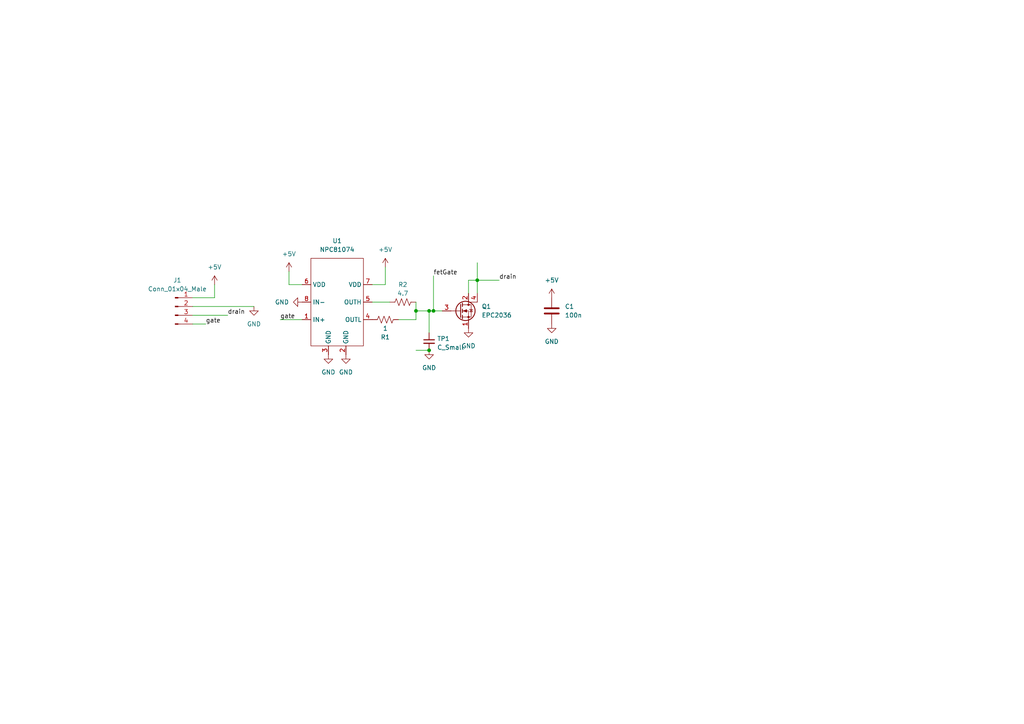
<source format=kicad_sch>
(kicad_sch (version 20211123) (generator eeschema)
  (paper "A4")
  (lib_symbols
    (symbol "Connector:Conn_01x04_Male" (pin_names (offset 1.016) hide)
      (property "Reference" "J" (at 0 5.08 0))
      (property "Value" "Conn_01x04_Male" (at 0 -7.62 0))
      (symbol "Conn_01x04_Male_1_1"
        (polyline (pts (xy 1.27 -5.08) (xy 0.8636 -5.08)) (stroke (width 0.1524)))
        (polyline (pts (xy 1.27 -2.54) (xy 0.8636 -2.54)) (stroke (width 0.1524)))
        (polyline (pts (xy 1.27 0) (xy 0.8636 0)) (stroke (width 0.1524)))
        (polyline (pts (xy 1.27 2.54) (xy 0.8636 2.54)) (stroke (width 0.1524)))
        (rectangle (start 0.8636 -4.953) (end 0 -5.207) (stroke (width 0.1524)) (fill (type outline)))
        (rectangle (start 0.8636 -2.413) (end 0 -2.667) (stroke (width 0.1524)) (fill (type outline)))
        (rectangle (start 0.8636 0.127) (end 0 -0.127) (stroke (width 0.1524)) (fill (type outline)))
        (rectangle (start 0.8636 2.667) (end 0 2.413) (stroke (width 0.1524)) (fill (type outline)))
        (pin passive line (at 5.08 2.54 180) (length 3.81) (name "Pin_1") (number "1"))
        (pin passive line (at 5.08 0 180) (length 3.81) (name "Pin_2") (number "2"))
        (pin passive line (at 5.08 -2.54 180) (length 3.81) (name "Pin_3") (number "3"))
        (pin passive line (at 5.08 -5.08 180) (length 3.81) (name "Pin_4") (number "4"))
      )
    )
    (symbol "Device:C" (pin_numbers hide) (pin_names (offset 0.254))
      (property "Reference" "C" (at 0.635 2.54 0))
      (property "Value" "C" (at 0.635 -2.54 0))
      (symbol "C_0_1"
        (polyline (pts (xy -2.032 -0.762) (xy 2.032 -0.762)) (stroke (width 0.508)))
        (polyline (pts (xy -2.032 0.762) (xy 2.032 0.762)) (stroke (width 0.508)))
      )
      (symbol "C_1_1"
        (pin passive line (at 0 3.81 270) (length 2.794) (name "~") (number "1"))
        (pin passive line (at 0 -3.81 90) (length 2.794) (name "~") (number "2"))
      )
    )
    (symbol "Device:C_Small" (pin_numbers hide) (pin_names (offset 0.254) hide)
      (property "Reference" "C" (at 0.254 1.778 0))
      (property "Value" "C_Small" (at 0.254 -2.032 0))
      (symbol "C_Small_0_1"
        (polyline (pts (xy -1.524 -0.508) (xy 1.524 -0.508)) (stroke (width 0.3302)))
        (polyline (pts (xy -1.524 0.508) (xy 1.524 0.508)) (stroke (width 0.3048)))
      )
      (symbol "C_Small_1_1"
        (pin passive line (at 0 2.54 270) (length 2.032) (name "~") (number "1"))
        (pin passive line (at 0 -2.54 90) (length 2.032) (name "~") (number "2"))
      )
    )
    (symbol "Device:Q_NMOS_SDGD" (pin_names (offset 0) hide)
      (property "Reference" "Q" (at 5.08 1.27 0))
      (property "Value" "Q_NMOS_SDGD" (at 5.08 -1.27 0))
      (symbol "Q_NMOS_SDGD_0_1"
        (polyline (pts (xy 0.254 0) (xy -2.54 0)))
        (polyline (pts (xy 0.254 1.905) (xy 0.254 -1.905)) (stroke (width 0.254)))
        (polyline (pts (xy 0.762 -1.27) (xy 0.762 -2.286)) (stroke (width 0.254)))
        (polyline (pts (xy 0.762 0.508) (xy 0.762 -0.508)) (stroke (width 0.254)))
        (polyline (pts (xy 0.762 2.286) (xy 0.762 1.27)) (stroke (width 0.254)))
        (polyline (pts (xy 2.54 -2.54) (xy 2.54 0) (xy 0.762 0)))
        (polyline (pts (xy 5.08 2.54) (xy 2.54 2.54) (xy 2.54 1.778)))
        (polyline (pts (xy 0.762 -1.778) (xy 3.302 -1.778) (xy 3.302 1.778) (xy 0.762 1.778)))
        (polyline (pts (xy 1.016 0) (xy 2.032 0.381) (xy 2.032 -0.381) (xy 1.016 0)) (fill (type outline)))
        (polyline (pts (xy 2.794 0.508) (xy 2.921 0.381) (xy 3.683 0.381) (xy 3.81 0.254)))
        (polyline (pts (xy 3.302 0.381) (xy 2.921 -0.254) (xy 3.683 -0.254) (xy 3.302 0.381)))
        (circle (center 1.651 0) (radius 2.794) (stroke (width 0.254)))
        (circle (center 2.54 -1.778) (radius 0.254) (fill (type outline)))
        (circle (center 2.54 1.778) (radius 0.254) (fill (type outline)))
      )
      (symbol "Q_NMOS_SDGD_1_1"
        (pin passive line (at 2.54 -5.08 90) (length 2.54) (name "S") (number "1"))
        (pin passive line (at 2.54 5.08 270) (length 2.54) (name "D") (number "2"))
        (pin input line (at -5.08 0 0) (length 2.54) (name "G") (number "3"))
        (pin passive line (at 5.08 5.08 270) (length 2.54) (name "D") (number "4"))
      )
    )
    (symbol "Device:R_US" (pin_numbers hide) (pin_names (offset 0))
      (property "Reference" "R" (at 2.54 0 90))
      (property "Value" "R_US" (at -2.54 0 90))
      (symbol "R_US_0_1"
        (polyline (pts (xy 0 -2.286) (xy 0 -2.54)))
        (polyline (pts (xy 0 2.286) (xy 0 2.54)))
        (polyline (pts (xy 0 -0.762) (xy 1.016 -1.143) (xy 0 -1.524) (xy -1.016 -1.905) (xy 0 -2.286)))
        (polyline (pts (xy 0 0.762) (xy 1.016 0.381) (xy 0 0) (xy -1.016 -0.381) (xy 0 -0.762)))
        (polyline (pts (xy 0 2.286) (xy 1.016 1.905) (xy 0 1.524) (xy -1.016 1.143) (xy 0 0.762)))
      )
      (symbol "R_US_1_1"
        (pin passive line (at 0 3.81 270) (length 1.27) (name "~") (number "1"))
        (pin passive line (at 0 -3.81 90) (length 1.27) (name "~") (number "2"))
      )
    )
    (symbol "gan_fet:NPC81074"
      (property "Reference" "U" (at 0 10.16 0))
      (property "Value" "NPC81074" (at 0 12.7 0))
      (symbol "NPC81074_0_1"
        (rectangle (start -7.62 15.24) (end 7.62 -10.16))
      )
      (symbol "NPC81074_1_1"
        (pin input line (at -10.16 -2.54 0) (length 2.54) (name "IN+") (number "1"))
        (pin power_in line (at 2.54 -12.7 90) (length 2.54) (name "GND") (number "2"))
        (pin power_in line (at -2.54 -12.7 90) (length 2.54) (name "GND") (number "3"))
        (pin open_collector line (at 10.16 -2.54 180) (length 2.54) (name "OUTL") (number "4"))
        (pin open_emitter line (at 10.16 2.54 180) (length 2.54) (name "OUTH") (number "5"))
        (pin power_in line (at -10.16 7.62 0) (length 2.54) (name "VDD") (number "6"))
        (pin power_in line (at 10.16 7.62 180) (length 2.54) (name "VDD") (number "7"))
        (pin input line (at -10.16 2.54 0) (length 2.54) (name "IN-") (number "8"))
      )
    )
    (symbol "power:+5V" (power) (pin_names (offset 0))
      (property "Value" "+5V" (at 0 3.556 0))
      (symbol "+5V_0_1"
        (polyline (pts (xy -0.762 1.27) (xy 0 2.54)))
        (polyline (pts (xy 0 0) (xy 0 2.54)))
        (polyline (pts (xy 0 2.54) (xy 0.762 1.27)))
      )
      (symbol "+5V_1_1"
        (pin power_in line (at 0 0 90) (length 0) hide (name "+5V") (number "1"))
      )
    )
    (symbol "power:GND" (power) (pin_names (offset 0))
      (property "Value" "GND" (at 0 -3.81 0))
      (symbol "GND_0_1"
        (polyline (pts (xy 0 0) (xy 0 -1.27) (xy 1.27 -1.27) (xy 0 -2.54) (xy -1.27 -1.27) (xy 0 -1.27)))
      )
      (symbol "GND_1_1"
        (pin power_in line (at 0 0 270) (length 0) hide (name "GND") (number "1"))
      )
    )
  )
  (junction (at 124.46 101.6))
  (junction (at 125.73 90.17))
  (junction (at 120.65 90.17))
  (junction (at 124.46 90.17))
  (junction (at 138.43 81.28))
  (wire (pts (xy 138.43 81.28) (xy 144.78 81.28)))
  (wire (pts (xy 120.65 90.17) (xy 124.46 90.17)))
  (wire (pts (xy 111.76 77.47) (xy 111.76 82.55)))
  (wire (pts (xy 138.43 81.28) (xy 138.43 85.09)))
  (wire (pts (xy 135.89 85.09) (xy 135.89 81.28)))
  (wire (pts (xy 120.65 92.71) (xy 120.65 90.17)))
  (wire (pts (xy 81.28 92.71) (xy 87.63 92.71)))
  (wire (pts (xy 120.65 87.63) (xy 120.65 90.17)))
  (wire (pts (xy 107.95 87.63) (xy 113.03 87.63)))
  (wire (pts (xy 111.76 82.55) (xy 107.95 82.55)))
  (wire (pts (xy 124.46 90.17) (xy 124.46 96.52)))
  (wire (pts (xy 83.82 82.55) (xy 87.63 82.55)))
  (wire (pts (xy 55.88 91.44) (xy 66.04 91.44)))
  (wire (pts (xy 62.23 82.55) (xy 62.23 86.36)))
  (wire (pts (xy 120.65 101.6) (xy 124.46 101.6)))
  (wire (pts (xy 115.57 92.71) (xy 120.65 92.71)))
  (wire (pts (xy 138.43 76.2) (xy 138.43 81.28)))
  (wire (pts (xy 83.82 78.74) (xy 83.82 82.55)))
  (wire (pts (xy 125.73 80.01) (xy 125.73 90.17)))
  (wire (pts (xy 55.88 88.9) (xy 73.66 88.9)))
  (wire (pts (xy 124.46 90.17) (xy 125.73 90.17)))
  (wire (pts (xy 135.89 81.28) (xy 138.43 81.28)))
  (wire (pts (xy 125.73 90.17) (xy 128.27 90.17)))
  (wire (pts (xy 59.69 93.98) (xy 55.88 93.98)))
  (wire (pts (xy 62.23 86.36) (xy 55.88 86.36)))
  (label "gate" (at 59.69 93.98 0))
  (label "fetGate" (at 125.73 80.01 0))
  (label "gate" (at 81.28 92.71 0))
  (label "drain" (at 66.04 91.44 0))
  (label "drain" (at 144.78 81.28 0))
  (symbol (lib_id "power:+5V") (at 83.82 78.74 0) (unit 1)
    (property "Reference" "#PWR03" (effects hide))
    (property "Value" "+5V" (at 83.82 73.66 0))
  )
  (symbol (lib_id "power:GND") (at 87.63 87.63 270) (unit 1)
    (property "Reference" "#PWR04" (effects hide))
    (property "Value" "GND" (at 83.82 87.6299 90) (effects (justify right)))
  )
  (symbol (lib_id "Device:C_Small") (at 124.46 99.06 0) (unit 1)
    (property "Reference" "TP1" (at 126.7841 98.2316 0) (effects (justify left)))
    (property "Value" "C_Small" (at 126.7841 100.7685 0) (effects (justify left)))
    (property "Footprint" "Resistor_SMD:R_1206_3216Metric" (effects hide))
  )
  (symbol (lib_id "power:GND") (at 100.33 102.87 0) (unit 1)
    (property "Reference" "#PWR06" (effects hide))
    (property "Value" "GND" (at 100.33 107.95 0))
  )
  (symbol (lib_id "power:GND") (at 95.25 102.87 0) (unit 1)
    (property "Reference" "#PWR05" (effects hide))
    (property "Value" "GND" (at 95.25 107.95 0))
  )
  (symbol (lib_id "power:GND") (at 73.66 88.9 0) (unit 1)
    (property "Reference" "#PWR01" (effects hide))
    (property "Value" "GND" (at 73.66 93.98 0))
  )
  (symbol (lib_id "gan_fet:NPC81074") (at 97.79 90.17 0) (unit 1)
    (property "Reference" "U1" (at 97.79 69.85 0))
    (property "Value" "NPC81074" (at 97.79 72.39 0))
    (property "Footprint" "Package_SO:SOIC-8_3.9x4.9mm_P1.27mm" (effects hide))
    (property "Datasheet" "https://www.onsemi.com/pdf/datasheet/ncp81074-d.pdf" (effects hide))
  )
  (symbol (lib_id "Device:Q_NMOS_SDGD") (at 133.35 90.17 0) (unit 1)
    (property "Reference" "Q1" (at 139.7 88.8999 0) (effects (justify left)))
    (property "Value" "EPC2036" (at 139.7 91.4399 0) (effects (justify left)))
    (property "Footprint" "epc:epc2036" (effects hide))
    (property "Datasheet" "https://epc-co.com/epc/Portals/0/epc/documents/datasheets/EPC2036_datasheet.pdf" (effects hide))
  )
  (symbol (lib_id "power:GND") (at 124.46 101.6 0) (unit 1)
    (property "Reference" "#PWR0101" (effects hide))
    (property "Value" "GND" (at 124.46 106.68 0))
  )
  (symbol (lib_id "Device:R_US") (at 111.76 92.71 90) (unit 1)
    (property "Reference" "R1" (at 111.76 97.79 90))
    (property "Value" "1" (at 111.76 95.25 90))
    (property "Footprint" "Resistor_SMD:R_0805_2012Metric_Pad1.20x1.40mm_HandSolder" (effects hide))
  )
  (symbol (lib_id "Device:C") (at 160.02 90.17 0) (unit 1)
    (property "Reference" "C1" (at 163.83 88.8999 0) (effects (justify left)))
    (property "Value" "100n" (at 163.83 91.4399 0) (effects (justify left)))
    (property "Footprint" "Capacitor_SMD:C_1206_3216Metric" (effects hide))
  )
  (symbol (lib_id "power:+5V") (at 160.02 86.36 0) (unit 1)
    (property "Reference" "#PWR09" (effects hide))
    (property "Value" "+5V" (at 160.02 81.28 0))
  )
  (symbol (lib_id "power:+5V") (at 111.76 77.47 0) (unit 1)
    (property "Reference" "#PWR07" (effects hide))
    (property "Value" "+5V" (at 111.76 72.39 0))
  )
  (symbol (lib_id "Device:R_US") (at 116.84 87.63 90) (unit 1)
    (property "Reference" "R2" (at 116.84 82.55 90))
    (property "Value" "4.7" (at 116.84 85.09 90))
    (property "Footprint" "Resistor_SMD:R_0805_2012Metric_Pad1.20x1.40mm_HandSolder" (effects hide))
  )
  (symbol (lib_id "Connector:Conn_01x04_Male") (at 50.8 88.9 0) (unit 1)
    (property "Reference" "J1" (at 51.435 81.28 0))
    (property "Value" "Conn_01x04_Male" (at 51.435 83.82 0))
    (property "Footprint" "Connector_PinHeader_2.54mm:PinHeader_1x04_P2.54mm_Horizontal" (effects hide))
  )
  (symbol (lib_id "power:+5V") (at 62.23 82.55 0) (unit 1)
    (property "Reference" "#PWR02" (effects hide))
    (property "Value" "+5V" (at 62.23 77.47 0))
  )
  (symbol (lib_id "power:GND") (at 160.02 93.98 0) (unit 1)
    (property "Reference" "#PWR010" (effects hide))
    (property "Value" "GND" (at 160.02 99.06 0))
  )
  (symbol (lib_id "power:GND") (at 135.89 95.25 0) (unit 1)
    (property "Reference" "#PWR08" (effects hide))
    (property "Value" "GND" (at 135.89 100.33 0))
  )
)
</source>
